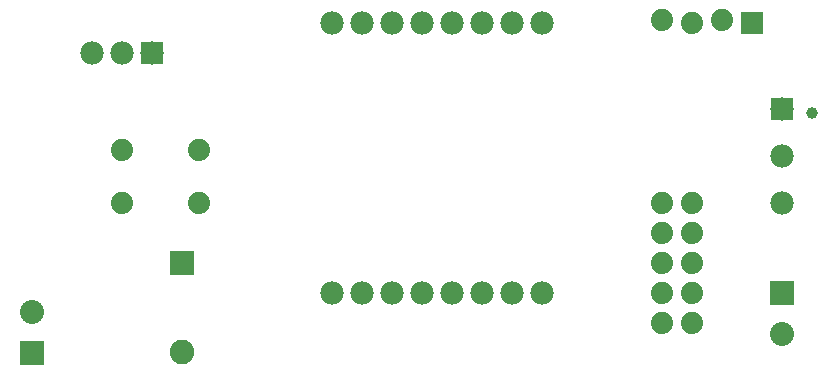
<source format=gbl>
G04 MADE WITH FRITZING*
G04 WWW.FRITZING.ORG*
G04 DOUBLE SIDED*
G04 HOLES PLATED*
G04 CONTOUR ON CENTER OF CONTOUR VECTOR*
%ASAXBY*%
%FSLAX23Y23*%
%MOIN*%
%OFA0B0*%
%SFA1.0B1.0*%
%ADD10C,0.077778*%
%ADD11C,0.080000*%
%ADD12C,0.078000*%
%ADD13C,0.082000*%
%ADD14C,0.074000*%
%ADD15C,0.039370*%
%ADD16R,0.080000X0.080000*%
%ADD17R,0.078000X0.078000*%
%ADD18R,0.082000X0.082000*%
%ADD19R,0.001000X0.001000*%
%LNCOPPER0*%
G90*
G70*
G54D10*
X1886Y1339D03*
X1786Y1339D03*
X1686Y1339D03*
X1586Y1339D03*
X1486Y1339D03*
X1386Y1339D03*
X1286Y1339D03*
X1186Y1339D03*
X1186Y439D03*
X1286Y439D03*
X1386Y439D03*
X1486Y439D03*
X1586Y439D03*
X1686Y439D03*
X1786Y439D03*
X1886Y439D03*
G54D11*
X186Y239D03*
X186Y377D03*
X2686Y439D03*
X2686Y301D03*
G54D12*
X2686Y1051D03*
X2686Y895D03*
X2686Y739D03*
G54D13*
X686Y539D03*
X686Y241D03*
G54D14*
X2286Y739D03*
X2386Y739D03*
X2286Y639D03*
X2386Y639D03*
X2286Y539D03*
X2386Y539D03*
X2286Y439D03*
X2386Y439D03*
X2286Y339D03*
X2386Y339D03*
X2586Y1339D03*
X2486Y1349D03*
X2386Y1339D03*
X2286Y1349D03*
G54D12*
X586Y1239D03*
X486Y1239D03*
X386Y1239D03*
G54D14*
X486Y917D03*
X742Y917D03*
X486Y739D03*
X742Y739D03*
G54D15*
X2787Y1039D03*
G54D16*
X186Y239D03*
X2686Y439D03*
G54D17*
X2686Y1051D03*
G54D18*
X686Y540D03*
G54D17*
X586Y1239D03*
G54D19*
X2549Y1376D02*
X2622Y1376D01*
X2549Y1375D02*
X2622Y1375D01*
X2549Y1374D02*
X2622Y1374D01*
X2549Y1373D02*
X2622Y1373D01*
X2549Y1372D02*
X2622Y1372D01*
X2549Y1371D02*
X2622Y1371D01*
X2549Y1370D02*
X2622Y1370D01*
X2549Y1369D02*
X2622Y1369D01*
X2549Y1368D02*
X2622Y1368D01*
X2549Y1367D02*
X2622Y1367D01*
X2549Y1366D02*
X2622Y1366D01*
X2549Y1365D02*
X2622Y1365D01*
X2549Y1364D02*
X2622Y1364D01*
X2549Y1363D02*
X2622Y1363D01*
X2549Y1362D02*
X2622Y1362D01*
X2549Y1361D02*
X2622Y1361D01*
X2549Y1360D02*
X2622Y1360D01*
X2549Y1359D02*
X2581Y1359D01*
X2591Y1359D02*
X2622Y1359D01*
X2549Y1358D02*
X2577Y1358D01*
X2594Y1358D02*
X2622Y1358D01*
X2549Y1357D02*
X2576Y1357D01*
X2596Y1357D02*
X2622Y1357D01*
X2549Y1356D02*
X2574Y1356D01*
X2598Y1356D02*
X2622Y1356D01*
X2549Y1355D02*
X2573Y1355D01*
X2599Y1355D02*
X2622Y1355D01*
X2549Y1354D02*
X2572Y1354D01*
X2600Y1354D02*
X2622Y1354D01*
X2549Y1353D02*
X2571Y1353D01*
X2601Y1353D02*
X2622Y1353D01*
X2549Y1352D02*
X2570Y1352D01*
X2602Y1352D02*
X2622Y1352D01*
X2549Y1351D02*
X2569Y1351D01*
X2603Y1351D02*
X2622Y1351D01*
X2549Y1350D02*
X2568Y1350D01*
X2604Y1350D02*
X2622Y1350D01*
X2549Y1349D02*
X2568Y1349D01*
X2604Y1349D02*
X2622Y1349D01*
X2549Y1348D02*
X2567Y1348D01*
X2605Y1348D02*
X2622Y1348D01*
X2549Y1347D02*
X2567Y1347D01*
X2605Y1347D02*
X2622Y1347D01*
X2549Y1346D02*
X2567Y1346D01*
X2605Y1346D02*
X2622Y1346D01*
X2549Y1345D02*
X2566Y1345D01*
X2606Y1345D02*
X2622Y1345D01*
X2549Y1344D02*
X2566Y1344D01*
X2606Y1344D02*
X2622Y1344D01*
X2549Y1343D02*
X2566Y1343D01*
X2606Y1343D02*
X2622Y1343D01*
X2549Y1342D02*
X2566Y1342D01*
X2606Y1342D02*
X2622Y1342D01*
X2549Y1341D02*
X2566Y1341D01*
X2606Y1341D02*
X2622Y1341D01*
X2549Y1340D02*
X2566Y1340D01*
X2606Y1340D02*
X2622Y1340D01*
X2549Y1339D02*
X2566Y1339D01*
X2606Y1339D02*
X2622Y1339D01*
X2549Y1338D02*
X2566Y1338D01*
X2606Y1338D02*
X2622Y1338D01*
X2549Y1337D02*
X2566Y1337D01*
X2606Y1337D02*
X2622Y1337D01*
X2549Y1336D02*
X2566Y1336D01*
X2606Y1336D02*
X2622Y1336D01*
X2549Y1335D02*
X2566Y1335D01*
X2606Y1335D02*
X2622Y1335D01*
X2549Y1334D02*
X2566Y1334D01*
X2606Y1334D02*
X2622Y1334D01*
X2549Y1333D02*
X2567Y1333D01*
X2605Y1333D02*
X2622Y1333D01*
X2549Y1332D02*
X2567Y1332D01*
X2605Y1332D02*
X2622Y1332D01*
X2549Y1331D02*
X2568Y1331D01*
X2604Y1331D02*
X2622Y1331D01*
X2549Y1330D02*
X2568Y1330D01*
X2604Y1330D02*
X2622Y1330D01*
X2549Y1329D02*
X2569Y1329D01*
X2603Y1329D02*
X2622Y1329D01*
X2549Y1328D02*
X2569Y1328D01*
X2603Y1328D02*
X2622Y1328D01*
X2549Y1327D02*
X2570Y1327D01*
X2602Y1327D02*
X2622Y1327D01*
X2549Y1326D02*
X2571Y1326D01*
X2601Y1326D02*
X2622Y1326D01*
X2549Y1325D02*
X2572Y1325D01*
X2600Y1325D02*
X2622Y1325D01*
X2549Y1324D02*
X2573Y1324D01*
X2599Y1324D02*
X2622Y1324D01*
X2549Y1323D02*
X2575Y1323D01*
X2597Y1323D02*
X2622Y1323D01*
X2549Y1322D02*
X2576Y1322D01*
X2596Y1322D02*
X2622Y1322D01*
X2549Y1321D02*
X2579Y1321D01*
X2593Y1321D02*
X2622Y1321D01*
X2549Y1320D02*
X2583Y1320D01*
X2589Y1320D02*
X2622Y1320D01*
X2549Y1319D02*
X2622Y1319D01*
X2549Y1318D02*
X2622Y1318D01*
X2549Y1317D02*
X2622Y1317D01*
X2549Y1316D02*
X2622Y1316D01*
X2549Y1315D02*
X2622Y1315D01*
X2549Y1314D02*
X2622Y1314D01*
X2549Y1313D02*
X2622Y1313D01*
X2549Y1312D02*
X2622Y1312D01*
X2549Y1311D02*
X2622Y1311D01*
X2549Y1310D02*
X2622Y1310D01*
X2549Y1309D02*
X2622Y1309D01*
X2549Y1308D02*
X2622Y1308D01*
X2549Y1307D02*
X2622Y1307D01*
X2549Y1306D02*
X2622Y1306D01*
X2549Y1305D02*
X2622Y1305D01*
X2549Y1304D02*
X2622Y1304D01*
X2550Y1303D02*
X2622Y1303D01*
D02*
G04 End of Copper0*
M02*
</source>
